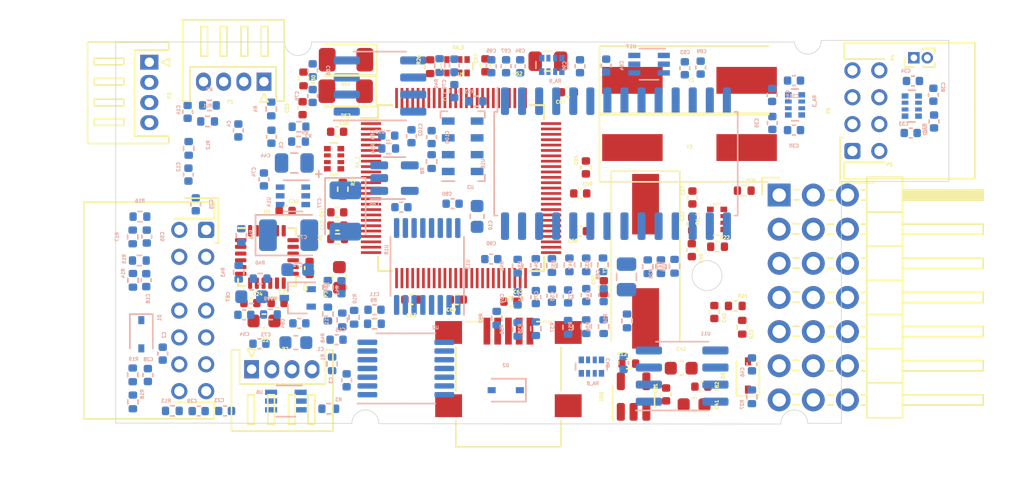
<source format=kicad_pcb>
(kicad_pcb (version 20221018) (generator pcbnew)
  (layers (0 "F.Cu" signal) (31 "B.Cu" signal) (34 "B.Paste" user) (35 "F.Paste" user) (36 "B.SilkS" user "B.Silkscreen") (37 "F.SilkS" user "F.Silkscreen") (38 "B.Mask" user) (39 "F.Mask" user) (44 "Edge.Cuts" user))
  (net 0 "")
  (net 1 "AUDIO_IN")
  (net 2 "Net-(C1-Pad2)")
  (net 3 "GND")
  (net 4 "PIC32MX_P14")
  (net 5 "Net-(C5-Pad1)")
  (net 6 "+3V3")
  (net 7 "Net-(C11-Pad1)")
  (net 8 "Net-(C11-Pad2)")
  (net 9 "PIC32MX_P11")
  (net 10 "PIC32MX_P20")
  (net 11 "PIC32MX_P12")
  (net 12 "Net-(C15-Pad1)")
  (net 13 "V_VTX")
  (net 14 "Net-(C22-Pad1)")
  (net 15 "AUDIO_OUT")
  (net 16 "VIDEO_OUT")
  (net 17 "Net-(C27-Pad1)")
  (net 18 "PIC32MX_P44")
  (net 19 "V_SENSE")
  (net 20 "Net-(C30-Pad1)")
  (net 21 "PIC32MX_P67")
  (net 22 "PIC32MX_P78")
  (net 23 "PIC32MX_P79")
  (net 24 "PIC32MX_P26")
  (net 25 "PIC32MX_P76")
  (net 26 "PIC32MX_P70")
  (net 27 "PIC32MX_P77")
  (net 28 "PIC32MX_P52")
  (net 29 "PIC32MX_P72")
  (net 30 "PIC32MX_P40")
  (net 31 "+5V")
  (net 32 "Net-(C42-Pad1)")
  (net 33 "PIC32MX_P27")
  (net 34 "PIC32MX_P66")
  (net 35 "5V_BACKUP")
  (net 36 "Net-(C49-Pad1)")
  (net 37 "MAX4617_X5")
  (net 38 "Net-(C50-Pad1)")
  (net 39 "MAX4617_X3")
  (net 40 "Net-(C51-Pad1)")
  (net 41 "MAX4617_X4")
  (net 42 "Net-(C52-Pad1)")
  (net 43 "VIDEO_IN_RAW")
  (net 44 "VCAM_MIC")
  (net 45 "Net-(C66-Pad1)")
  (net 46 "Net-(C67-Pad2)")
  (net 47 "Net-(C69-Pad1)")
  (net 48 "MAX4617_X7")
  (net 49 "Net-(C72-Pad1)")
  (net 50 "MAX4617_X6")
  (net 51 "Net-(C75-Pad1)")
  (net 52 "Net-(C76-Pad2)")
  (net 53 "MAX4617_X0")
  (net 54 "Net-(C79-Pad1)")
  (net 55 "Net-(C81-Pad2)")
  (net 56 "dsPIC33_P10")
  (net 57 "Net-(C85-Pad1)")
  (net 58 "dsPIC33_P9")
  (net 59 "Net-(C88-Pad2)")
  (net 60 "Net-(C91-Pad1)")
  (net 61 "Net-(C92-Pad1)")
  (net 62 "dsPIC33_P12")
  (net 63 "dsPIC33_P4")
  (net 64 "dsPIC33_P2")
  (net 65 "dsPIC33_P5")
  (net 66 "dsPIC33_P3")
  (net 67 "Net-(C100-Pad1)")
  (net 68 "PIC32MX_P54")
  (net 70 "PIC32MX_P56")
  (net 71 "PIC32MX_P57")
  (net 73 "Net-(P1-Pad4)")
  (net 74 "VIDEO_IN")
  (net 75 "PM_12V")
  (net 76 "dsPIC33_P1")
  (net 77 "PIC32MX_P13")
  (net 78 "SERVO_M1")
  (net 79 "/IO CONNECTOR/5V_motor")
  (net 80 "SERVO_M2")
  (net 81 "SERVO_M3")
  (net 82 "SERVO_M4")
  (net 83 "SERVO_M5")
  (net 84 "SERVO_M6")
  (net 85 "RSSI_IN")
  (net 86 "AIL_PPM_IN")
  (net 87 "MODE_IN")
  (net 88 "RUD_IN")
  (net 89 "THR_IN")
  (net 90 "ELE_IN")
  (net 91 "AUX_IN")
  (net 92 "Net-(P7-Pad1)")
  (net 93 "Net-(P7-Pad2)")
  (net 94 "Net-(P9-Pad3)")
  (net 95 "Net-(P9-Pad4)")
  (net 96 "PIC32MX_P10")
  (net 97 "PIC32MX_P47")
  (net 98 "RA1")
  (net 99 "PIC32MX_P81")
  (net 100 "PIC32MX_P33")
  (net 101 "PIC32MX_P23")
  (net 102 "PIC32MX_P22")
  (net 103 "I2C_SDA2")
  (net 104 "I2C_SCL2")
  (net 105 "PIC32MX_P32")
  (net 106 "PIC32MX_P21")
  (net 107 "PIC32MX_P91")
  (net 108 "MAX4617_X1")
  (net 109 "PIC32MX_MCLR")
  (net 110 "dsPIC33_P21")
  (net 111 "dsPIC33_P23")
  (net 112 "dsPIC33_P25")
  (net 113 "Net-(R36-Pad2)")
  (net 114 "dsPIC33_P24")
  (net 115 "dsPIC33_P26")
  (net 116 "/VIDEO_OUT/VIDEO_OUT_DC")
  (net 117 "dsPIC33_P22")
  (net 118 "dsPIC33_MCLR")
  (net 119 "Net-(R55-Pad2)")
  (net 120 "Net-(RA_1-Pad6)")
  (net 121 "Net-(RA_1-Pad7)")
  (net 122 "Net-(RA_1-Pad8)")
  (net 123 "Net-(RA_5-Pad6)")
  (net 124 "Net-(RA_5-Pad7)")
  (net 125 "Net-(RA_5-Pad8)")
  (net 126 "PIC32MX_P34")
  (net 127 "MAX4617_X2")
  (net 144 "PIC32MX_P1")
  (net 156 "PIC32MX_P35")
  (net 158 "PIC32MX_P39")
  (net 163 "PIC32MX_P49")
  (net 164 "PIC32MX_P50")
  (net 167 "PIC32MX_P60")
  (net 170 "PIC32MX_P74")
  (net 177 "MAX4617_A")
  (net 178 "MAX4617_B")
  (net 180 "MAX4617_C")
  (net 183 "/VIDEO_OUT/VIDEO_OUT_MAX4617")
  (net 184 "Net-(C70-Pad1)")
  (net 185 "Net-(C77-Pad1)")
  (net 187 "dsPIC33_P6")
  (net 189 "dsPIC33_P16")
  (net 190 "Net-(U17-Pad1)")
  (net 191 "Net-(U17-Pad3)")
  (net 192 "Net-(DS1-Pad1)")
  (net 193 "Net-(DS1-Pad2)")
  (net 194 "Net-(DS2-Pad1)")
  (net 196 "5V_PM")
  (net 197 "12V_PM")
  (footprint "Capacitor_SMD:C_0805_2012Metric" (layer "F.Cu") (at 132.21585 101.07295)
    (fp_text reference "C52")
    (fp_text value "10UF" hide)
  )
  (footprint "Capacitor_SMD:C_0402_1005Metric" (layer "F.Cu") (at 136.3726 117.8915 90)
    (fp_text reference "C92")
    (fp_text value "22PF" hide)
  )
  (footprint "Package_QFP:TQFP-100_12x12mm_P0.4mm" (layer "F.Cu") (at 125.74905 110.5154)
    (fp_text reference "U9")
    (fp_text value "PIC32MX695F512L-80I-PT_UNIT" hide)
  )
  (footprint "Connector_PinHeader_2.54mm:PinHeader_3x07_P2.54mm_Horizontal" (layer "F.Cu") (at 151.96185 111.0361)
    (fp_text reference "P5")
    (fp_text value "Conn_03x07_servo" hide)
  )
  (footprint "Connector_JST:JST_ZH_S4B-ZH-A_1x04_P1.50mm_Horizontal" (layer "F.Cu") (at 101.7524 101.14915 -90)
    (fp_text reference "P9")
    (fp_text value "JST_ZH_4P" hide)
  )
  (footprint "LED_SMD:LED_1206_3216Metric" (layer "F.Cu") (at 117.1883 100.965 180)
    (fp_text reference "DS1")
    (fp_text value "GRN" hide)
  )
  (footprint "Capacitor_SMD:C_0402_1005Metric" (layer "F.Cu") (at 134.62 110.91545)
    (fp_text reference "C59")
    (fp_text value "0.1UF" hide)
  )
  (footprint "Capacitor_SMD:C_0402_1005Metric" (layer "F.Cu") (at 112.09915 119.06885)
    (fp_text reference "C27")
    (fp_text value "0.1UF" hide)
  )
  (footprint "Package_TO_SOT_SMD:SOT-23-5" (layer "F.Cu") (at 138.58875 126.02845 90)
    (fp_text reference "U66")
    (fp_text value "RT9193-33GB" hide)
  )
  (footprint "Resistor_SMD:R_Array_Convex_4x0402" (layer "F.Cu") (at 125.45 101.45 90)
    (fp_text reference "RA_5")
    (fp_text value "1K" hide)
  )
  (footprint "Capacitor_SMD:C_0402_1005Metric" (layer "F.Cu") (at 135.0391 108.9787 90)
    (fp_text reference "C91")
    (fp_text value "22PF" hide)
  )
  (footprint "Capacitor_SMD:C_0402_1005Metric" (layer "F.Cu") (at 112.69605 112.21085)
    (fp_text reference "C30")
    (fp_text value "0.1UF" hide)
  )
  (footprint "Capacitor_SMD:C_0402_1005Metric" (layer "F.Cu") (at 133.6955 103.38435 180)
    (fp_text reference "C87")
    (fp_text value "22PF" hide)
  )
  (footprint "Capacitor_SMD:C_0402_1005Metric" (layer "F.Cu") (at 144.59585 119.73935 -90)
    (fp_text reference "C43")
    (fp_text value "33.7PF" hide)
  )
  (footprint "Diode_SMD:D_SOD-323" (layer "F.Cu") (at 147.09775 124.46 90)
    (fp_text reference "D6")
    (fp_text value "1N5817" hide)
  )
  (footprint "Capacitor_SMD:C_0402_1005Metric" (layer "F.Cu") (at 141.0081 125.8697 90)
    (fp_text reference "C81")
    (fp_text value "0.1UF" hide)
  )
  (footprint "Resistor_SMD:R_0402_1005Metric" (layer "F.Cu") (at 116.94795 110.59795 -90)
    (fp_text reference "R29")
    (fp_text value "10K" hide)
  )
  (footprint "Capacitor_SMD:C_0402_1005Metric" (layer "F.Cu") (at 116.54155 112.3188)
    (fp_text reference "C61")
    (fp_text value "0.1UF" hide)
  )
  (footprint "Capacitor_SMD:C_0402_1005Metric" (layer "F.Cu") (at 134.60095 113.72215 180)
    (fp_text reference "C58")
    (fp_text value "0.1UF" hide)
  )
  (footprint "Capacitor_SMD:C_0402_1005Metric" (layer "F.Cu") (at 110.0709 119.0752)
    (fp_text reference "C24")
    (fp_text value "0.1UF" hide)
  )
  (footprint "Capacitor_SMD:C_0402_1005Metric" (layer "F.Cu") (at 116.52885 106.3244)
    (fp_text reference "C56")
    (fp_text value "0.1UF" hide)
  )
  (footprint "Capacitor_SMD:C_0603_1608Metric" (layer "F.Cu") (at 142.13205 123.92025)
    (fp_text reference "C42")
    (fp_text value "10UF" hide)
  )
  (footprint "Resistor_SMD:R_0402_1005Metric" (layer "F.Cu") (at 138.2268 123.57735)
    (fp_text reference "R12")
    (fp_text value "0R" hide)
  )
  (footprint "Resistor_SMD:R_Array_Convex_4x0402" (layer "F.Cu") (at 116.30025 108.331)
    (fp_text reference "RA_1")
    (fp_text value "1K" hide)
  )
  (footprint "Capacitor_SMD:C_0402_1005Metric" (layer "F.Cu") (at 143.63065 125.29185)
    (fp_text reference "C82")
    (fp_text value "0.1UF" hide)
  )
  (footprint "Capacitor_SMD:C_0402_1005Metric" (layer "F.Cu") (at 129.4257 118.96725)
    (fp_text reference "C62")
    (fp_text value "0.1UF" hide)
  )
  (footprint "Connector_JST:JST_ZH_S4B-ZH-A_1x04_P1.50mm_Horizontal" (layer "F.Cu") (at 110.16405 124.7962)
    (fp_text reference "P2")
    (fp_text value "JST_ZH_4P" hide)
  )
  (footprint "Capacitor_SMD:C_0402_1005Metric" (layer "F.Cu") (at 122.047 118.81485 180)
    (fp_text reference "C63")
    (fp_text value "0.1UF" hide)
  )
  (footprint "Crystal:Crystal_SMD_HC49-SD" (layer "F.Cu") (at 139.47775 115.9637 -90)
    (fp_text reference "Y1")
    (fp_text value "4.000MHZ" hide)
  )
  (footprint "Resistor_SMD:R_0402_1005Metric" (layer "F.Cu") (at 123.45035 101.48135 90)
    (fp_text reference "R26")
    (fp_text value "1K" hide)
  )
  (footprint "LED_SMD:LED_1206_3216Metric" (layer "F.Cu") (at 117.16385 103.30815 180)
    (fp_text reference "DS2")
    (fp_text value "RED" hide)
  )
  (footprint "Resistor_SMD:R_0402_1005Metric" (layer "F.Cu") (at 146.6723 120.87225 -90)
    (fp_text reference "R23")
    (fp_text value "5K" hide)
  )
  (footprint "Capacitor_SMD:C_0402_1005Metric" (layer "F.Cu") (at 142.91945 115.1356 -90)
    (fp_text reference "C45")
    (fp_text value "35PF" hide)
  )
  (footprint "Connector_JST:JST_PHD_S14B-PHDSS_2x07_P2.00mm_Horizontal" (layer "F.Cu") (at 106.7816 113.62815 -90)
    (fp_text reference "P3")
    (fp_text value "JST_PHD_7P" hide)
  )
  (footprint "Capacitor_SMD:C_0402_1005Metric" (layer "F.Cu") (at 127.5588 101.3815 90)
    (fp_text reference "C57")
    (fp_text value "0.1UF" hide)
  )
  (footprint "Resistor_SMD:R_0402_1005Metric" (layer "F.Cu") (at 116.56435 114.3)
    (fp_text reference "R6")
    (fp_text value "4.3K" hide)
  )
  (footprint "Connector_JST:JST_ZH_S4B-ZH-A_1x04_P1.50mm_Horizontal" (layer "F.Cu") (at 111.08265 101.7972 180)
    (fp_text reference "P1")
    (fp_text value "JST_ZH_4P" hide)
  )
  (footprint "Resistor_SMD:R_0402_1005Metric" (layer "F.Cu") (at 114.02695 102.39375 -90)
    (fp_text reference "R30")
    (fp_text value "75R" hide)
  )
  (footprint "Capacitor_SMD:C_0402_1005Metric" (layer "F.Cu") (at 142.94485 113.18875 90)
    (fp_text reference "C32")
    (fp_text value "35PF" hide)
  )
  (footprint "Connector_USB:USB_Mini-B_Lumberg_2486_01_Horizontal" (layer "F.Cu") (at 129.2733 123.86045)
    (fp_text reference "JP1")
    (fp_text value "USB_B_Mini" hide)
  )
  (footprint "Resistor_SMD:R_0402_1005Metric" (layer "F.Cu") (at 146.8227 110.7059)
    (fp_text reference "R25")
    (fp_text value "4K" hide)
  )
  (footprint "Capacitor_SMD:C_0402_1005Metric" (layer "F.Cu") (at 114.4778 116.459 90)
    (fp_text reference "C20")
    (fp_text value "0.1UF" hide)
  )
  (footprint "Capacitor_SMD:C_0402_1005Metric" (layer "F.Cu") (at 142.9639 111.2165 90)
    (fp_text reference "C37")
    (fp_text value "35PF" hide)
  )
  (footprint "Crystal:Crystal_SMD_HC49-SD" (layer "F.Cu") (at 142.75 107.5)
    (fp_text reference "Y2")
    (fp_text value "3.579545" hide)
  )
  (footprint "Connector_JST:JST_PHD_S8B-PHDSS_2x04_P2.00mm_Horizontal" (layer "F.Cu") (at 154.87385 107.75595 90)
    (fp_text reference "P6")
    (fp_text value "JST_PHD_4P" hide)
  )
  (footprint "Capacitor_SMD:C_0603_1608Metric" (layer "F.Cu") (at 111.0869 120.40235 180)
    (fp_text reference "C22")
    (fp_text value "10UF" hide)
  )
  (footprint "Capacitor_SMD:C_0402_1005Metric" (layer "F.Cu") (at 116.5453 113.30305 180)
    (fp_text reference "C13")
    (fp_text value "0.47UF" hide)
  )
  (footprint "Resistor_SMD:R_0402_1005Metric" (layer "F.Cu") (at 144.83715 114.87785)
    (fp_text reference "R22")
    (fp_text value "12.4K" hide)
  )
  (footprint "Resistor_SMD:R_0402_1005Metric" (layer "F.Cu") (at 146.15595 119.28475)
    (fp_text reference "R24")
    (fp_text value "5K" hide)
  )
  (footprint "Capacitor_SMD:C_0603_1608Metric" (layer "F.Cu") (at 143.0906 126.6317)
    (fp_text reference "C41")
    (fp_text value "10UF" hide)
  )
  (footprint "Resistor_SMD:R_Array_Convex_4x0402" (layer "F.Cu") (at 144.8 112.85 180)
    (fp_text reference "RA_4")
    (fp_text value "1K" hide)
  )
  (footprint "Capacitor_SMD:C_0402_1005Metric" (layer "F.Cu") (at 113.9571 104.5718 90)
    (fp_text reference "C53")
    (fp_text value "0.1UF" hide)
  )
  (footprint "Capacitor_SMD:C_0603_1608Metric" (layer "F.Cu") (at 116.69395 117.1702 -90)
    (fp_text reference "P7")
    (fp_text value " ")
  )
  (footprint "Connector_PinHeader_1.00mm:PinHeader_1x02_P1.00mm_Vertical" (layer "F.Cu") (at 159.4438 100.81895 90)
    (fp_text reference "P4")
    (fp_text value "MCLR" hide)
  )
  (footprint "Crystal:Crystal_SMD_HC49-SD" (layer "F.Cu") (at 142.75 102.5)
    (fp_text reference "Y3")
    (fp_text value "4.433619" hide)
  )
  (footprint "Capacitor_SMD:C_0402_1005Metric" (layer "F.Cu") (at 125.43155 118.81485 180)
    (fp_text reference "C60")
    (fp_text value "0.1UF" hide)
  )
  (footprint "Sensor_Motion:InvenSense_QFN-24_4x4mm_P0.5mm" (layer "F.Cu") (at 111.3028 115.63985)
    (fp_text reference "U5")
    (fp_text value "MPU-6050" hide)
  )
  (footprint "Resistor_SMD:R_0402_1005Metric" (layer "B.Cu") (at 133.81165 116.2281 -90)
    (fp_text reference "R33")
    (fp_text value "1.8K" hide)
  )
  (footprint "Resistor_SMD:R_0402_1005Metric" (layer "B.Cu") (at 138.1 120.4 -90)
    (fp_text reference "R56")
    (fp_text value "1.5K" hide)
  )
  (footprint "Package_SO:TSSOP-14_4.4x5mm_P0.65mm" (layer "B.Cu") (at 121.6406 123.9393)
    (fp_text reference "U2")
    (fp_text value "LMV324" hide)
  )
  (footprint "Capacitor_SMD:C_0402_1005Metric" (layer "B.Cu") (at 125.1204 111.67745 180)
    (fp_text reference "C80")
    (fp_text value "0.1UF" hide)
  )
  (footprint "Capacitor_SMD:C_0402_1005Metric" (layer "B.Cu") (at 125.25 103.3 90)
    (fp_text reference "C71")
    (fp_text value "0.1UF" hide)
  )
  (footprint "Capacitor_SMD:C_0402_1005Metric" (layer "B.Cu") (at 108.18495 127.1016 180)
    (fp_text reference "C23")
    (fp_text value "0.1UF" hide)
  )
  (footprint "Capacitor_SMD:C_0402_1005Metric" (layer "B.Cu") (at 148.8948 103.58755 90)
    (fp_text reference "C40")
    (fp_text value "35PF" hide)
  )
  (footprint "Resistor_SMD:R_0402_1005Metric" (layer "B.Cu") (at 115.8387 117.90045 -90)
    (fp_text reference "R41")
    (fp_text value "2.55K" hide)
  )
  (footprint "Capacitor_SMD:C_0402_1005Metric" (layer "B.Cu") (at 109.62465 119.94515)
    (fp_text reference "C54")
    (fp_text value "44PF" hide)
  )
  (footprint "Capacitor_SMD:C_0402_1005Metric" (layer "B.Cu") (at 129.96165 118.7281 -90)
    (fp_text reference "C69")
    (fp_text value "0.1UF" hide)
  )
  (footprint "Resistor_SMD:R_0402_1005Metric" (layer "B.Cu") (at 116.1542 123.5964 90)
    (fp_text reference "R1")
    (fp_text value "47K" hide)
  )
  (footprint "Resistor_SMD:R_0402_1005Metric" (layer "B.Cu") (at 113.6523 107.05465 180)
    (fp_text reference "R5")
    (fp_text value "1.5K" hide)
  )
  (footprint "Resistor_SMD:R_0402_1005Metric" (layer "B.Cu") (at 139.64285 116.3701 90)
    (fp_text reference "R55")
    (fp_text value "0R" hide)
  )
  (footprint "Capacitor_SMD:C_0402_1005Metric" (layer "B.Cu") (at 137.8458 123.52655 -90)
    (fp_text reference "C48")
    (fp_text value "0.1UF" hide)
  )
  (footprint "Resistor_SMD:R_0402_1005Metric" (layer "B.Cu") (at 136.31165 116.2256 -90)
    (fp_text reference "R32")
    (fp_text value "3K" hide)
  )
  (footprint "Resistor_SMD:R_0402_1005Metric" (layer "B.Cu") (at 115.8387 119.888 90)
    (fp_text reference "R48")
    (fp_text value "470R" hide)
  )
  (footprint "Capacitor_SMD:C_0402_1005Metric" (layer "B.Cu") (at 132.51165 118.5281 -90)
    (fp_text reference "C75")
    (fp_text value "0.1UF" hide)
  )
  (footprint "Capacitor_SMD:C_0603_1608Metric" (layer "B.Cu") (at 113.45575 122.01525)
    (fp_text reference "C1")
    (fp_text value "1UF" hide)
  )
  (footprint "Capacitor_SMD:C_0402_1005Metric" (layer "B.Cu") (at 105.40365 104.8385 -90)
    (fp_text reference "C14")
    (fp_text value "224PF" hide)
  )
  (footprint "Capacitor_SMD:C_0402_1005Metric" (layer "B.Cu") (at 120.3325 106.61015 180)
    (fp_text reference "C85")
    (fp_text value "50PF" hide)
  )
  (footprint "Resistor_SMD:R_0402_1005Metric" (layer "B.Cu") (at 129.96165 121.0281 -90)
    (fp_text reference "R50")
    (fp_text value "3.58K" hide)
  )
  (footprint "Capacitor_SMD:C_0402_1005Metric" (layer "B.Cu") (at 134.6 101.45 -90)
    (fp_text reference "C96")
    (fp_text value "220PF" hide)
  )
  (footprint "Resistor_SMD:R_0402_1005Metric" (layer "B.Cu") (at 128.4 120.2 -90)
    (fp_text reference "R52")
    (fp_text value "2.4K" hide)
  )
  (footprint "Resistor_SMD:R_0402_1005Metric" (layer "B.Cu") (at 123.5583 108.54255 -90)
    (fp_text reference "R8")
    (fp_text value "0R" hide)
  )
  (footprint "Resistor_SMD:R_0402_1005Metric" (layer "B.Cu") (at 119.3018 120.6119)
    (fp_text reference "R9")
    (fp_text value "470R" hide)
  )
  (footprint "Capacitor_SMD:C_0402_1005Metric" (layer "B.Cu") (at 111.08055 109.87145 90)
    (fp_text reference "C74")
    (fp_text value "0.1U" hide)
  )
  (footprint "Capacitor_SMD:C_0402_1005Metric" (layer "B.Cu") (at 133.71165 118.5781 -90)
    (fp_text reference "C50")
    (fp_text value "0.1UF" hide)
  )
  (footprint "Capacitor_SMD:C_0805_2012Metric" (layer "B.Cu") (at 113.34115 108.6485)
    (fp_text reference "C44")
    (fp_text value "10U" hide)
  )
  (footprint "Capacitor_SMD:C_0402_1005Metric" (layer "B.Cu") (at 117.2337 124.82195 -90)
    (fp_text reference "C3")
    (fp_text value "0.1UF" hide)
  )
  (footprint "Capacitor_SMD:C_0603_1608Metric" (layer "B.Cu") (at 126.94285 112.6236 90)
    (fp_text reference "C10")
    (fp_text value "4.7UF" hide)
  )
  (footprint "Capacitor_SMD:C_0402_1005Metric" (layer "B.Cu") (at 102.44455 124.42825 90)
    (fp_text reference "C28")
    (fp_text value "0.1UF" hide)
  )
  (footprint "Resistor_SMD:R_0402_1005Metric" (layer "B.Cu") (at 101.32695 126.4279 -90)
    (fp_text reference "R18")
    (fp_text value "17K" hide)
  )
  (footprint "Capacitor_SMD:C_0402_1005Metric" (layer "B.Cu") (at 114.7064 101.75355 90)
    (fp_text reference "C66")
    (fp_text value "335PF" hide)
  )
  (footprint "Capacitor_Tantalum_SMD:CP_EIA-3528-12_Kemet-T" (layer "B.Cu") (at 112.9157 114.0206)
    (fp_text reference "C70")
    (fp_text value "47U" hide)
  )
  (footprint "Package_SO:TSSOP-16_4.4x5mm_P0.65mm" (layer "B.Cu") (at 123.23005 116.3501 90)
    (fp_text reference "U13")
    (fp_text value "MAX4617CUE+" hide)
  )
  (footprint "Resistor_SMD:R_0402_1005Metric" (layer "B.Cu") (at 120.36425 107.569 180)
    (fp_text reference "R54")
    (fp_text value "2K" hide)
  )
  (footprint "Resistor_SMD:R_0402_1005Metric" (layer "B.Cu") (at 113.6904 105.94975)
    (fp_text reference "R2")
    (fp_text value "1K" hide)
  )
  (footprint "Resistor_SMD:R_Array_Convex_4x0402" (layer "B.Cu") (at 159.28975 104.41305)
    (fp_text reference "RA_2")
    (fp_text value "390R" hide)
  )
  (footprint "Package_TO_SOT_SMD:Texas_R-PDSO-G6" (layer "B.Cu") (at 139.7381 101.2952 180)
    (fp_text reference "U17")
    (fp_text value "SN74LVC1G3157DCKR" hide)
  )
  (footprint "Capacitor_SMD:C_0402_1005Metric" (layer "B.Cu") (at 111.63935 106.6927 90)
    (fp_text reference "C5")
    (fp_text value "35PF" hide)
  )
  (footprint "Resistor_SMD:R_0402_1005Metric" (layer "B.Cu") (at 135.06165 116.2281 -90)
    (fp_text reference "R47")
    (fp_text value "3K" hide)
  )
  (footprint "Resistor_SMD:R_0402_1005Metric" (layer "B.Cu") (at 126.85 104.05 180)
    (fp_text reference "R53")
    (fp_text value "10K" hide)
  )
  (footprint "Resistor_SMD:R_0402_1005Metric" (layer "B.Cu") (at 110.7968 117.25275 180)
    (fp_text reference "R40")
    (fp_text value "390R" hide)
  )
  (footprint "Resistor_SMD:R_0402_1005Metric" (layer "B.Cu") (at 101.80955 115.90655 180)
    (fp_text reference "R15")
    (fp_text value "1K" hide)
  )
  (footprint "Resistor_SMD:R_0402_1005Metric" (layer "B.Cu") (at 133.71165 120.8781 -90)
    (fp_text reference "R37")
    (fp_text value "4.3K" hide)
  )
  (footprint "Capacitor_SMD:C_0402_1005Metric" (layer "B.Cu") (at 147.3962 123.6345 -90)
    (fp_text reference "C46")
    (fp_text value "0.1UF" hide)
  )
  (footprint "Resistor_SMD:R_0402_1005Metric" (layer "B.Cu") (at 106.88955 105.55605 180)
    (fp_text reference "RL1")
    (fp_text value "150R" hide)
  )
  (footprint "Resistor_SMD:R_0402_1005Metric" (layer "B.Cu") (at 101.31425 114.1496 -90)
    (fp_text reference "R17")
    (fp_text value "17K" hide)
  )
  (footprint "Resistor_SMD:R_0402_1005Metric" (layer "B.Cu") (at 107.0229 104.36225 180)
    (fp_text reference "R7")
    (fp_text value "1K" hide)
  )
  (footprint "Capacitor_SMD:C_0402_1005Metric" (layer "B.Cu") (at 109.17555 106.22915 -90)
    (fp_text reference "C4")
    (fp_text value "36PF" hide)
  )
  (footprint "Capacitor_SMD:C_0402_1005Metric" (layer "B.Cu") (at 135.06165 118.4781 -90)
    (fp_text reference "C72")
    (fp_text value "0.1UF" hide)
  )
  (footprint "Capacitor_SMD:C_0402_1005Metric" (layer "B.Cu") (at 123.5583 106.72445 90)
    (fp_text reference "C100")
    (fp_text value "0.1UF" hide)
  )
  (footprint "Resistor_SMD:R_Array_Convex_4x0402" (layer "B.Cu") (at 132.5 101.35 90)
    (fp_text reference "RA_9")
    (fp_text value "1.5K" hide)
  )
  (footprint "Resistor_SMD:R_0402_1005Metric" (layer "B.Cu") (at 111.62665 104.62895 -90)
    (fp_text reference "R4")
    (fp_text value "1.5K" hide)
  )
  (footprint "Capacitor_SMD:C_0402_1005Metric" (layer "B.Cu") (at 103.54945 122.8344 90)
    (fp_text reference "C2")
    (fp_text value "10NF" hide)
  )
  (footprint "Resistor_SMD:R_Array_Convex_4x0402" (layer "B.Cu") (at 135.45 123.8 90)
    (fp_text reference "RA_8")
    (fp_text value "2.4K" hide)
  )
  (footprint "Capacitor_SMD:C_0402_1005Metric" (layer "B.Cu") (at 102.3219 117.36705 90)
    (fp_text reference "C18")
    (fp_text value "10NF" hide)
  )
  (footprint "Resistor_SMD:R_0402_1005Metric" (layer "B.Cu") (at 131.31165 120.9781 -90)
    (fp_text reference "R38")
    (fp_text value "3.48K" hide)
  )
  (footprint "Resistor_SMD:R_0402_1005Metric" (layer "B.Cu") (at 101.31565 124.41465 -90)
    (fp_text reference "R19")
    (fp_text value "1K" hide)
  )
  (footprint "Capacitor_SMD:C_0402_1005Metric" (layer "B.Cu") (at 136.36165 118.4781 -90)
    (fp_text reference "C49")
    (fp_text value "0.1UF" hide)
  )
  (footprint "Capacitor_SMD:C_0402_1005Metric" (layer "B.Cu") (at 110.7443 122.0978 180)
    (fp_text reference "C73")
    (fp_text value "330PF" hide)
  )
  (footprint "Resistor_SMD:R_0402_1005Metric" (layer "B.Cu") (at 135.06165 120.8281 -90)
    (fp_text reference "R51")
    (fp_text value "5K" hide)
  )
  (footprint "Resistor_SMD:R_0402_1005Metric" (layer "B.Cu") (at 140.62075 116.36375 -90)
    (fp_text reference "R20")
    (fp_text value "1K" hide)
  )
  (footprint "Capacitor_SMD:C_0402_1005Metric" (layer "B.Cu") (at 150.52675 106.20375)
    (fp_text reference "C39")
    (fp_text value "35PF" hide)
  )
  (footprint "Capacitor_SMD:C_0402_1005Metric" (layer "B.Cu") (at 160.8963 103.5685 90)
    (fp_text reference "C38")
    (fp_text value "35PF" hide)
  )
  (footprint "Capacitor_SMD:C_0402_1005Metric" (layer "B.Cu") (at 148.91385 105.67035 -90)
    (fp_text reference "C35")
    (fp_text value "35PF" hide)
  )
  (footprint "Resistor_SMD:R_0402_1005Metric" (layer "B.Cu") (at 104.267 127.09525)
    (fp_text reference "R13")
    (fp_text value "1K" hide)
  )
  (footprint "Diode_SMD:D_SOD-323" (layer "B.Cu") (at 129.07645 125.5522 180)
    (fp_text reference "D2")
    (fp_text value "1N5817" hide)
  )
  (footprint "Capacitor_SMD:C_0402_1005Metric" (layer "B.Cu") (at 159.20895 106.41635 180)
    (fp_text reference "C33")
    (fp_text value "35PF" hide)
  )
  (footprint "Capacitor_SMD:C_0402_1005Metric" (layer "B.Cu") (at 116.84835 117.8941 -90)
    (fp_text reference "C68")
    (fp_text value "0.1UF" hide)
  )
  (footprint "Capacitor_SMD:C_0402_1005Metric" (layer "B.Cu") (at 130.15 101.45 -90)
    (fp_text reference "C94")
    (fp_text value "220PF" hide)
  )
  (footprint "Resistor_SMD:R_0402_1005Metric" (layer "B.Cu") (at 147.38985 126.0475 -90)
    (fp_text reference "R27")
    (fp_text value "120R" hide)
  )
  (footprint "Resistor_SMD:R_0402_1005Metric" (layer "B.Cu") (at 101.854 112.6383 180)
    (fp_text reference "R16")
    (fp_text value "1K" hide)
  )
  (footprint "Package_TO_SOT_SMD:SOT-23-5" (layer "B.Cu") (at 120.79605 109.77245)
    (fp_text reference "U18")
    (fp_text value "ADA4891-1" hide)
  )
  (footprint "Capacitor_SMD:C_0402_1005Metric" (layer "B.Cu") (at 160.9471 105.55865 -90)
    (fp_text reference "C36")
    (fp_text value "35PF" hide)
  )
  (footprint "Capacitor_SMD:C_0402_1005Metric" (layer "B.Cu") (at 131.31165 118.6281 -90)
    (fp_text reference "C51")
    (fp_text value "0.1UF" hide)
  )
  (footprint "Resistor_SMD:R_0402_1005Metric" (layer "B.Cu") (at 109.3978 114.05035 -90)
    (fp_text reference "R46")
    (fp_text value "75R" hide)
  )
  (footprint "Package_LGA:LGA-8_3x5mm_P1.25mm" (layer "B.Cu") (at 125.8697 107.4039)
    (fp_text reference "U3")
    (fp_text value "MS5607-02BA" hide)
  )
  (footprint "Capacitor_SMD:C_0402_1005Metric" (layer "B.Cu") (at 128 115.8 180)
    (fp_text reference "C90")
    (fp_text value "0.1UF" hide)
  )
  (footprint "Capacitor_SMD:C_0402_1005Metric" (layer "B.Cu") (at 129.1 101.45 -90)
    (fp_text reference "C97")
    (fp_text value "220PF" hide)
  )
  (footprint "Capacitor_SMD:C_0402_1005Metric" (layer "B.Cu") (at 121.3104 111.9378 180)
    (fp_text reference "C86")
    (fp_text value "0.1U" hide)
  )
  (footprint "Capacitor_SMD:C_0402_1005Metric" (layer "B.Cu") (at 113.7178 120.58015)
    (fp_text reference "C64")
    (fp_text value "330PF" hide)
  )
  (footprint "Package_TO_SOT_SMD:SOT-323_SC-70" (layer "B.Cu") (at 113.59715 118.68785 180)
    (fp_text reference "D3")
    (fp_text value "BAT54W" hide)
  )
  (footprint "Diode_SMD:D_SOD-323" (layer "B.Cu") (at 101.9556 121.39295 -90)
    (fp_text reference "D1")
    (fp_text value "1N5817" hide)
  )
  (footprint "Resistor_SMD:R_0402_1005Metric" (layer "B.Cu") (at 136.36165 120.8281 -90)
    (fp_text reference "R36")
    (fp_text value "2.2K" hide)
  )
  (footprint "Resistor_SMD:R_0402_1005Metric" (layer "B.Cu") (at 132.51165 116.2781 -90)
    (fp_text reference "R44")
    (fp_text value "10K" hide)
  )
  (footprint "Capacitor_SMD:C_0603_1608Metric" (layer "B.Cu") (at 110.16815 118.59895)
    (fp_text reference "C67")
    (fp_text value "3.7U" hide)
  )
  (footprint "Capacitor_SMD:C_0805_2012Metric" (layer "B.Cu") (at 138.0617 117.12575 -90)
    (fp_text reference "C88")
    (fp_text value "10UF" hide)
  )
  (footprint "Package_SO:SOIC-8_3.9x4.9mm_P1.27mm" (layer "B.Cu") (at 142.2019 124.50445)
    (fp_text reference "U11")
    (fp_text value "M25PX16-VMN6P" hide)
  )
  (footprint "Capacitor_SMD:C_0402_1005Metric" (layer "B.Cu") (at 142.4 101.6 -90)
    (fp_text reference "C93")
    (fp_text value "50PF" hide)
  )
  (footprint "Capacitor_SMD:C_0402_1005Metric" (layer "B.Cu") (at 159.37865 102.54615 180)
    (fp_text reference "C34")
    (fp_text value "35PF" hide)
  )
  (footprint "Resistor_SMD:R_0402_1005Metric" (layer "B.Cu") (at 105.47985 107.56265 90)
    (fp_text reference "RL2")
    (fp_text value "150R" hide)
  )
  (footprint "Capacitor_SMD:C_0402_1005Metric" (layer "B.Cu") (at 143.57985 101.5492 -90)
    (fp_text reference "C89")
    (fp_text value "0.1UF" hide)
  )
  (footprint "Package_TO_SOT_SMD:Texas_R-PDSO-G6" (layer "B.Cu") (at 112.7125 126.365 180)
    (fp_text reference "U6")
    (fp_text value "SN74LVC1G3157DCKR" hide)
  )
  (footprint "Resistor_SMD:R_0402_1005Metric" (layer "B.Cu") (at 117.7925 120.1293 -90)
    (fp_text reference "R10")
    (fp_text value "6.8K" hide)
  )
  (footprint "Resistor_SMD:R_0402_1005Metric" (layer "B.Cu") (at 101.3313 117.37975 90)
    (fp_text reference "R14")
    (fp_text value "17K" hide)
  )
  (footprint "Capacitor_SMD:C_0402_1005Metric" (layer "B.Cu") (at 114.7064 103.66115 -90)
    (fp_text reference "C76")
    (fp_text value "0.1UF" hide)
  )
  (footprint "Capacitor_SMD:C_0603_1608Metric" (layer "B.Cu") (at 113.6032 116.586 180)
    (fp_text reference "C78")
    (fp_text value "3.7U" hide)
  )
  (footprint "Capacitor_SMD:C_0402_1005Metric" (layer "B.Cu") (at 116.4844 121.79935 180)
    (fp_text reference "C15")
    (fp_text value "5NF" hide)
  )
  (footprint "Resistor_SMD:R_0402_1005Metric" (layer "B.Cu") (at 111.56315 119.91975 180)
    (fp_text reference "R999")
    (fp_text value "10K" hide)
  )
  (footprint "Capacitor_Tantalum_SMD:CP_EIA-3528-12_Kemet-T" (layer "B.Cu") (at 117.13845 112.2201 -90)
    (fp_text reference "C77")
    (fp_text value "22UF" hide)
  )
  (footprint "Package_TO_SOT_SMD:SOT-363_SC-70-6" (layer "B.Cu") (at 113.23955 111.09325 180)
    (fp_text reference "U14")
    (fp_text value "TSH122" hide)
  )
  (footprint "Resistor_SMD:R_0402_1005Metric" (layer "B.Cu") (at 115.90655 126.9365 180)
    (fp_text reference "R3")
    (fp_text value "47K" hide)
  )
  (footprint "Capacitor_SMD:C_0402_1005Metric" (layer "B.Cu") (at 105.4608 109.5121 -90)
    (fp_text reference "C12")
    (fp_text value "224PF" hide)
  )
  (footprint "Capacitor_SMD:C_0402_1005Metric" (layer "B.Cu") (at 119.3064 119.5705 180)
    (fp_text reference "C11")
    (fp_text value "10NF" hide)
  )
  (footprint "Package_SO:SOIC-8_3.9x4.9mm_P1.27mm" (layer "B.Cu") (at 119.71655 102.9208)
    (fp_text reference "U15")
    (fp_text value "EL1883" hide)
  )
  (footprint "Resistor_SMD:R_0402_1005Metric" (layer "B.Cu") (at 131.31165 116.2781 -90)
    (fp_text reference "R34")
    (fp_text value "2.5K" hide)
  )
  (footprint "Resistor_SMD:R_0402_1005Metric" (layer "B.Cu") (at 141.63675 116.332 -90)
    (fp_text reference "R21")
    (fp_text value "1K" hide)
  )
  (footprint "Capacitor_SMD:C_0402_1005Metric" (layer "B.Cu") (at 106.2228 127.10795)
    (fp_text reference "C29")
    (fp_text value "0.1UF" hide)
  )
  (footprint "Capacitor_SMD:C_0402_1005Metric" (layer "B.Cu") (at 150.52675 102.5144)
    (fp_text reference "C31")
    (fp_text value "35PF" hide)
  )
  (footprint "Capacitor_SMD:C_0402_1005Metric" (layer "B.Cu") (at 125.25 101.4 -90)
    (fp_text reference "C79")
    (fp_text value "0.1UF" hide)
  )
  (footprint "Resistor_SMD:R_0402_1005Metric" (layer "B.Cu") (at 109.20295 116.78285 -90)
    (fp_text reference "R43")
    (fp_text value "75R" hide)
  )
  (footprint "Capacitor_SMD:C_0402_1005Metric" (layer "B.Cu") (at 102.362 114.1242 90)
    (fp_text reference "C55")
    (fp_text value "10NF" hide)
  )
  (footprint "Resistor_SMD:R_0402_1005Metric" (layer "B.Cu") (at 129.96165 116.3281 -90)
    (fp_text reference "R45")
    (fp_text value "2.5K" hide)
  )
  (footprint "Capacitor_SMD:C_0402_1005Metric" (layer "B.Cu") (at 122.0597 106.65835 90)
    (fp_text reference "C102")
    (fp_text value "0.1U" hide)
  )
  (footprint "Resistor_SMD:R_0402_1005Metric" (layer "B.Cu") (at 116.90985 120.32615 -90)
    (fp_text reference "R11")
    (fp_text value "6.8K" hide)
  )
  (footprint "Package_SO:SOIC-28W_7.5x17.9mm_P1.27mm" (layer "B.Cu") (at 137.2743 108.6993 -90)
    (fp_text reference "U16")
    (fp_text value "DSPIC33FJ16GS402-E/SO" hide)
  )
  (footprint "Resistor_SMD:R_0402_1005Metric" (layer "B.Cu") (at 124.15 101.4 -90)
    (fp_text reference "R49")
    (fp_text value "680K" hide)
  )
  (footprint "Capacitor_SMD:C_0402_1005Metric" (layer "B.Cu") (at 106.0069 111.7245 90)
    (fp_text reference "C25")
    (fp_text value "224PF" hide)
  )
  (footprint "Capacitor_SMD:C_0402_1005Metric" (layer "B.Cu") (at 136.55 101.4 90)
    (fp_text reference "C84")
    (fp_text value "22PF" hide)
  )
  (footprint "Resistor_SMD:R_Array_Convex_4x0402" (layer "B.Cu") (at 150.6 104.325 180)
    (fp_text reference "RA_3")
    (fp_text value "1K" hide)
  )
  (footprint "Capacitor_SMD:C_0402_1005Metric" (layer "B.Cu") (at 128 101.45 -90)
    (fp_text reference "C95")
    (fp_text value "220PF" hide)
  )
  (gr_line (start 154.05 110.025) (end 162.05 110.025) (stroke (width 0.05)) (layer "Edge.Cuts"))
  (gr_line (start 151.55 128.025) (end 154.05 128.025) (stroke (width 0.05)) (layer "Edge.Cuts"))
  (gr_line (start 162.05 99.525) (end 152.55 99.525) (stroke (width 0.05)) (layer "Edge.Cuts"))
  (gr_arc (start 149.55 128.025) (mid 150.55 127.025) (end 151.55 128.025) (stroke (width 0.05)) (layer "Edge.Cuts"))
  (gr_line (start 112.525 99.645) (end 100.05 99.65) (stroke (width 0.05)) (layer "Edge.Cuts"))
  (gr_line (start 100.05 128) (end 117.625 128.025) (stroke (width 0.05)) (layer "Edge.Cuts"))
  (gr_line (start 100.05 128) (end 100.05 99.65) (stroke (width 0.05)) (layer "Edge.Cuts"))
  (gr_arc (start 117.625 128.025) (mid 118.625 127.025) (end 119.625 128.025) (stroke (width 0.05)) (layer "Edge.Cuts"))
  (gr_line (start 119.65 128.05) (end 149.55 128.075) (stroke (width 0.05)) (layer "Edge.Cuts"))
  (gr_arc (start 114.625 99.65) (mid 113.625 100.65) (end 112.625 99.65) (stroke (width 0.05)) (layer "Edge.Cuts"))
  (gr_line (start 162.05 110.025) (end 162.05 99.525) (stroke (width 0.05)) (layer "Edge.Cuts"))
  (gr_circle (center 144.05 117.025) (end 145.05 117.525) (stroke (width 0.05)) (fill none) (layer "Edge.Cuts"))
  (gr_line (start 150.55 99.65) (end 114.625 99.65) (stroke (width 0.05)) (layer "Edge.Cuts"))
  (gr_line (start 154.05 128.025) (end 154.05 110.025) (stroke (width 0.05)) (layer "Edge.Cuts"))
  (gr_arc (start 152.55 99.525) (mid 151.609572 100.540753) (end 150.55 99.65) (stroke (width 0.05)) (layer "Edge.Cuts"))
)
</source>
